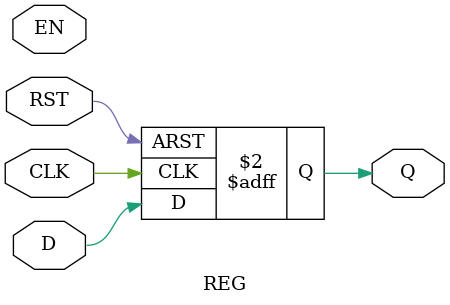
<source format=v>
module VGA_CTRL (
	input 				VGA_CLK, 
	input 				RST, 
	output  			PIXEL, 
	output  			VGA_HS, 
	output 	 			VGA_VS,
	output	[18:0]	    P_COUNT 
);

	wire	CLK = VGA_CLK;				 

	reg		[9:0]		next_H_COUNT;
	reg		[9:0]		next_V_COUNT;
	reg		[18:0]		next_P_COUNT;
	wire	[9:0]		H_COUNT;
	wire	[9:0]		V_COUNT;

	wire	H_MAX = (H_COUNT == 800 -1);
	wire	V_MAX = (V_COUNT == 525 -1);
	wire	P_MAX = (P_COUNT == 640*480 - 1);

	always @*
		begin
			casex({H_MAX, V_MAX})
				2'b00 : {next_H_COUNT, next_V_COUNT} <= {H_COUNT + 1'b1, V_COUNT};
				2'b01 : {next_H_COUNT, next_V_COUNT} <= {H_COUNT + 1'b1, V_COUNT};
				2'b10 : {next_H_COUNT, next_V_COUNT} <= {10'd0, V_COUNT + 1'b1};
				2'b11 : {next_H_COUNT, next_V_COUNT} <= {10'd0, 10'd0};
			endcase
		end

	always @*
		begin
			casex({PIXEL, P_MAX})
				2'b0x : next_P_COUNT <= P_COUNT;
				2'b10 : next_P_COUNT <= P_COUNT + 1;
				2'b11 : next_P_COUNT <= 0;
			endcase
		end

	REG #(10) REG_H_COUNT (
		.CLK	(CLK),
		.RST	(RST),
		.EN		(1'b1),
		.D 		(next_H_COUNT),
		.Q		(H_COUNT)
	);

	REG #(10) REG_V_COUNT (
		.CLK	(CLK),
		.RST	(RST),
		.EN		(1'b1),
		.D 		(next_V_COUNT),
		.Q		(V_COUNT)
	);

	REG #(19) REG_P_COUNT (
		.CLK	(CLK),
		.RST	(RST),
		.EN		(1'b1),
		.D 		(next_P_COUNT),
		.Q		(P_COUNT)
	);

	assign PIXEL = (H_COUNT < 640) && (V_COUNT < 480);
	assign VGA_HS = ~((H_COUNT >= 640+16) && (H_COUNT < 640+16+96));
	assign VGA_VS = ~((V_COUNT >= 480+10) && (V_COUNT < 480+10+2));

	endmodule

	module REG #(parameter N = 1)(
		input						CLK,
		input						RST,
		input						EN,
		input			[N-1:0]		D,
		output	reg		[N-1:0]		Q
	);
		always @(posedge CLK, posedge RST)
			if(RST)
				Q <= 0;
			else
				Q <= D;
endmodule
</source>
